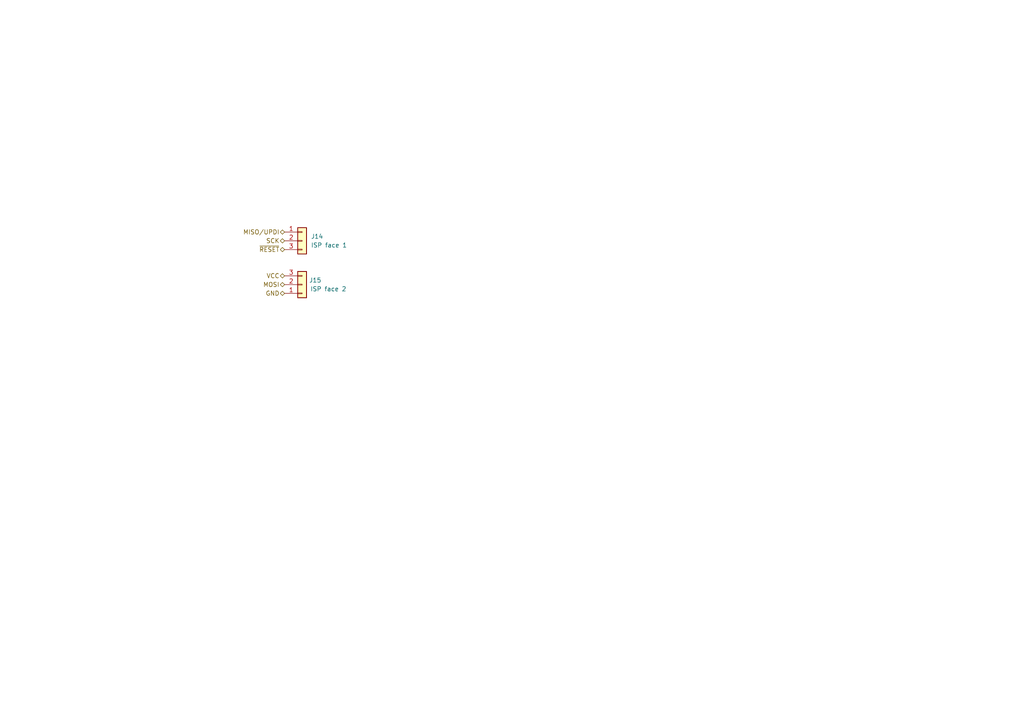
<source format=kicad_sch>
(kicad_sch (version 20211123) (generator eeschema)
  (paper "A4")
  (lib_symbols
    (symbol "Connector_Generic:Conn_01x03" (pin_names (offset 1.016) hide)
      (property "Reference" "J" (at 0 5.08 0))
      (property "Value" "Conn_01x03" (at 0 -5.08 0))
      (symbol "Conn_01x03_1_1"
        (rectangle (start -1.27 -2.413) (end 0 -2.667) (stroke (width 0.1524)))
        (rectangle (start -1.27 0.127) (end 0 -0.127) (stroke (width 0.1524)))
        (rectangle (start -1.27 2.667) (end 0 2.413) (stroke (width 0.1524)))
        (rectangle (start -1.27 3.81) (end 1.27 -3.81) (stroke (width 0.254)) (fill (type background)))
        (pin passive line (at -5.08 2.54 0) (length 3.81) (name "Pin_1") (number "1"))
        (pin passive line (at -5.08 0 0) (length 3.81) (name "Pin_2") (number "2"))
        (pin passive line (at -5.08 -2.54 0) (length 3.81) (name "Pin_3") (number "3"))
      )
    )
  )
  (hierarchical_label "~{RESET}" (shape bidirectional) (at 82.55 72.39 180))
  (hierarchical_label "GND" (shape bidirectional) (at 82.55 85.09 180))
  (hierarchical_label "MOSI" (shape bidirectional) (at 82.55 82.55 180))
  (hierarchical_label "MISO{slash}UPDI" (shape bidirectional) (at 82.55 67.31 180))
  (hierarchical_label "SCK" (shape bidirectional) (at 82.55 69.85 180))
  (hierarchical_label "VCC" (shape bidirectional) (at 82.55 80.01 180))
  (symbol (lib_id "Connector_Generic:Conn_01x03") (at 87.63 82.55 0) (mirror x) (unit 1)
    (property "Reference" "J15" (at 91.44 81.28 0))
    (property "Value" "ISP face 2" (at 95.25 83.82 0))
    (property "Footprint" "Connector_pad_1.27mm:Connector_pad_1x03_L10_P1.27mm" (effects hide))
  )
  (symbol (lib_id "Connector_Generic:Conn_01x03") (at 87.63 69.85 0) (unit 1)
    (property "Reference" "J14" (at 90.17 68.5799 0) (effects (justify left)))
    (property "Value" "ISP face 1" (at 90.17 71.1199 0) (effects (justify left)))
    (property "Footprint" "Connector_pad_1.27mm:Connector_pad_1x03_L10_P1.27mm" (effects hide))
  )
)
</source>
